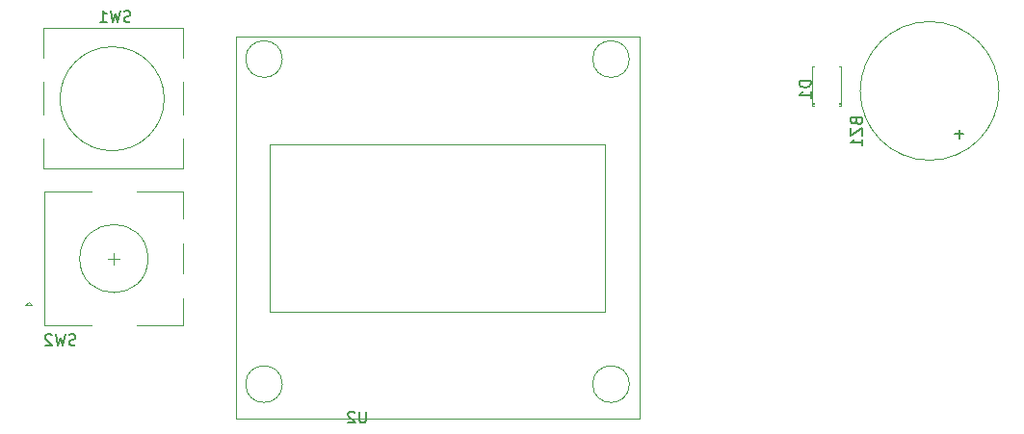
<source format=gbr>
G04 #@! TF.GenerationSoftware,KiCad,Pcbnew,(5.1.0)-1*
G04 #@! TF.CreationDate,2020-03-21T07:42:55+08:00*
G04 #@! TF.ProjectId,espcnc,65737063-6e63-42e6-9b69-6361645f7063,rev?*
G04 #@! TF.SameCoordinates,PX9d5b340PY2625a00*
G04 #@! TF.FileFunction,Legend,Bot*
G04 #@! TF.FilePolarity,Positive*
%FSLAX46Y46*%
G04 Gerber Fmt 4.6, Leading zero omitted, Abs format (unit mm)*
G04 Created by KiCad (PCBNEW (5.1.0)-1) date 2020-03-21 07:42:55*
%MOMM*%
%LPD*%
G04 APERTURE LIST*
%ADD10C,0.120000*%
%ADD11C,0.150000*%
%ADD12R,2.102000X2.102000*%
%ADD13C,2.102000*%
%ADD14C,3.302000*%
%ADD15C,1.626000*%
%ADD16O,3.150000X1.952000*%
%ADD17C,1.602000*%
%ADD18R,1.902000X1.902000*%
%ADD19C,1.902000*%
%ADD20O,2.002000X1.302000*%
%ADD21C,1.552000*%
G04 APERTURE END LIST*
D10*
X13800000Y-22700000D02*
G75*
G03X13800000Y-22700000I-3000000J0D01*
G01*
X12800000Y-28600000D02*
X16900000Y-28600000D01*
X16900000Y-16800000D02*
X12800000Y-16800000D01*
X8800000Y-16800000D02*
X4700000Y-16800000D01*
X8800000Y-28600000D02*
X4700000Y-28600000D01*
X4700000Y-28600000D02*
X4700000Y-16800000D01*
X3300000Y-26500000D02*
X3000000Y-26800000D01*
X3000000Y-26800000D02*
X3600000Y-26800000D01*
X3600000Y-26800000D02*
X3300000Y-26500000D01*
X16900000Y-28600000D02*
X16900000Y-26200000D01*
X16900000Y-24000000D02*
X16900000Y-21400000D01*
X16900000Y-19200000D02*
X16900000Y-16800000D01*
X10800000Y-23200000D02*
X10800000Y-22200000D01*
X10300000Y-22700000D02*
X11300000Y-22700000D01*
X24500000Y-12650000D02*
X24500000Y-27350000D01*
X54000000Y-12650000D02*
X24500000Y-12650000D01*
X54000000Y-27350000D02*
X54000000Y-12650000D01*
X24500000Y-27350000D02*
X54000000Y-27350000D01*
X56112452Y-5150000D02*
G75*
G03X56112452Y-5150000I-1612452J0D01*
G01*
X25612452Y-5150000D02*
G75*
G03X25612452Y-5150000I-1612452J0D01*
G01*
X56112452Y-33750000D02*
G75*
G03X56112452Y-33750000I-1612452J0D01*
G01*
X25612452Y-33750000D02*
G75*
G03X25612452Y-33750000I-1612452J0D01*
G01*
X21500000Y-3150000D02*
X21500000Y-36750000D01*
X57000000Y-3150000D02*
X21500000Y-3150000D01*
X57000000Y-36750000D02*
X57000000Y-3150000D01*
X21500000Y-36750000D02*
X57000000Y-36750000D01*
X16900000Y-2450000D02*
X4600000Y-2450000D01*
X4600000Y-7030000D02*
X4600000Y-10170000D01*
X4600000Y-14750000D02*
X16900000Y-14750000D01*
X16900000Y-5170000D02*
X16900000Y-2450000D01*
X15229050Y-8640000D02*
G75*
G03X15229050Y-8640000I-4579050J0D01*
G01*
X16900000Y-14750000D02*
X16900000Y-12030000D01*
X16900000Y-10170000D02*
X16900000Y-7030000D01*
X4600000Y-12030000D02*
X4600000Y-14750000D01*
X4600000Y-2450000D02*
X4600000Y-5170000D01*
X88600000Y-7950000D02*
G75*
G03X88600000Y-7950000I-6100000J0D01*
G01*
X74710000Y-9240000D02*
X74710000Y-5820000D01*
X72190000Y-9240000D02*
X72190000Y-5820000D01*
X74710000Y-9240000D02*
X74530000Y-9240000D01*
X72370000Y-9240000D02*
X72190000Y-9240000D01*
X74710000Y-5820000D02*
X74545000Y-5820000D01*
X72355000Y-5820000D02*
X72190000Y-5820000D01*
X74710000Y-9120000D02*
X74530000Y-9120000D01*
X72370000Y-9120000D02*
X72190000Y-9120000D01*
X74710000Y-9000000D02*
X74530000Y-9000000D01*
X72370000Y-9000000D02*
X72190000Y-9000000D01*
D11*
X7433333Y-30304761D02*
X7290476Y-30352380D01*
X7052380Y-30352380D01*
X6957142Y-30304761D01*
X6909523Y-30257142D01*
X6861904Y-30161904D01*
X6861904Y-30066666D01*
X6909523Y-29971428D01*
X6957142Y-29923809D01*
X7052380Y-29876190D01*
X7242857Y-29828571D01*
X7338095Y-29780952D01*
X7385714Y-29733333D01*
X7433333Y-29638095D01*
X7433333Y-29542857D01*
X7385714Y-29447619D01*
X7338095Y-29400000D01*
X7242857Y-29352380D01*
X7004761Y-29352380D01*
X6861904Y-29400000D01*
X6528571Y-29352380D02*
X6290476Y-30352380D01*
X6100000Y-29638095D01*
X5909523Y-30352380D01*
X5671428Y-29352380D01*
X5338095Y-29447619D02*
X5290476Y-29400000D01*
X5195238Y-29352380D01*
X4957142Y-29352380D01*
X4861904Y-29400000D01*
X4814285Y-29447619D01*
X4766666Y-29542857D01*
X4766666Y-29638095D01*
X4814285Y-29780952D01*
X5385714Y-30352380D01*
X4766666Y-30352380D01*
X32961904Y-36152380D02*
X32961904Y-36961904D01*
X32914285Y-37057142D01*
X32866666Y-37104761D01*
X32771428Y-37152380D01*
X32580952Y-37152380D01*
X32485714Y-37104761D01*
X32438095Y-37057142D01*
X32390476Y-36961904D01*
X32390476Y-36152380D01*
X31961904Y-36247619D02*
X31914285Y-36200000D01*
X31819047Y-36152380D01*
X31580952Y-36152380D01*
X31485714Y-36200000D01*
X31438095Y-36247619D01*
X31390476Y-36342857D01*
X31390476Y-36438095D01*
X31438095Y-36580952D01*
X32009523Y-37152380D01*
X31390476Y-37152380D01*
X12253333Y-1844761D02*
X12110476Y-1892380D01*
X11872380Y-1892380D01*
X11777142Y-1844761D01*
X11729523Y-1797142D01*
X11681904Y-1701904D01*
X11681904Y-1606666D01*
X11729523Y-1511428D01*
X11777142Y-1463809D01*
X11872380Y-1416190D01*
X12062857Y-1368571D01*
X12158095Y-1320952D01*
X12205714Y-1273333D01*
X12253333Y-1178095D01*
X12253333Y-1082857D01*
X12205714Y-987619D01*
X12158095Y-940000D01*
X12062857Y-892380D01*
X11824761Y-892380D01*
X11681904Y-940000D01*
X11348571Y-892380D02*
X11110476Y-1892380D01*
X10920000Y-1178095D01*
X10729523Y-1892380D01*
X10491428Y-892380D01*
X9586666Y-1892380D02*
X10158095Y-1892380D01*
X9872380Y-1892380D02*
X9872380Y-892380D01*
X9967619Y-1035238D01*
X10062857Y-1130476D01*
X10158095Y-1178095D01*
X76028571Y-10619047D02*
X76076190Y-10761904D01*
X76123809Y-10809523D01*
X76219047Y-10857142D01*
X76361904Y-10857142D01*
X76457142Y-10809523D01*
X76504761Y-10761904D01*
X76552380Y-10666666D01*
X76552380Y-10285714D01*
X75552380Y-10285714D01*
X75552380Y-10619047D01*
X75600000Y-10714285D01*
X75647619Y-10761904D01*
X75742857Y-10809523D01*
X75838095Y-10809523D01*
X75933333Y-10761904D01*
X75980952Y-10714285D01*
X76028571Y-10619047D01*
X76028571Y-10285714D01*
X75552380Y-11190476D02*
X75552380Y-11857142D01*
X76552380Y-11190476D01*
X76552380Y-11857142D01*
X76552380Y-12761904D02*
X76552380Y-12190476D01*
X76552380Y-12476190D02*
X75552380Y-12476190D01*
X75695238Y-12380952D01*
X75790476Y-12285714D01*
X75838095Y-12190476D01*
X85111428Y-11379047D02*
X85111428Y-12140952D01*
X85492380Y-11760000D02*
X84730476Y-11760000D01*
X72052380Y-7061904D02*
X71052380Y-7061904D01*
X71052380Y-7300000D01*
X71100000Y-7442857D01*
X71195238Y-7538095D01*
X71290476Y-7585714D01*
X71480952Y-7633333D01*
X71623809Y-7633333D01*
X71814285Y-7585714D01*
X71909523Y-7538095D01*
X72004761Y-7442857D01*
X72052380Y-7300000D01*
X72052380Y-7061904D01*
X72052380Y-8585714D02*
X72052380Y-8014285D01*
X72052380Y-8300000D02*
X71052380Y-8300000D01*
X71195238Y-8204761D01*
X71290476Y-8109523D01*
X71338095Y-8014285D01*
%LPC*%
D12*
X3300000Y-25200000D03*
D13*
X3300000Y-22700000D03*
X3300000Y-20200000D03*
D14*
X10800000Y-28300000D03*
X10800000Y-17100000D03*
D13*
X17800000Y-25200000D03*
X17800000Y-20200000D03*
D15*
X43060000Y-35250000D03*
X40520000Y-35250000D03*
X37980000Y-35250000D03*
X35440000Y-35250000D03*
D16*
X4500000Y-6100000D03*
X4500000Y-11100000D03*
X17000000Y-6100000D03*
X17000000Y-11100000D03*
D17*
X84027000Y-18330000D03*
X84027000Y-42530000D03*
D12*
X82500000Y-11750000D03*
D13*
X82500000Y-4150000D03*
D18*
X73450000Y-8800000D03*
D19*
X73450000Y-6260000D03*
D20*
X2462500Y-43000000D03*
X2462500Y-36000000D03*
D21*
X5162500Y-42000000D03*
X5162500Y-37000000D03*
M02*

</source>
